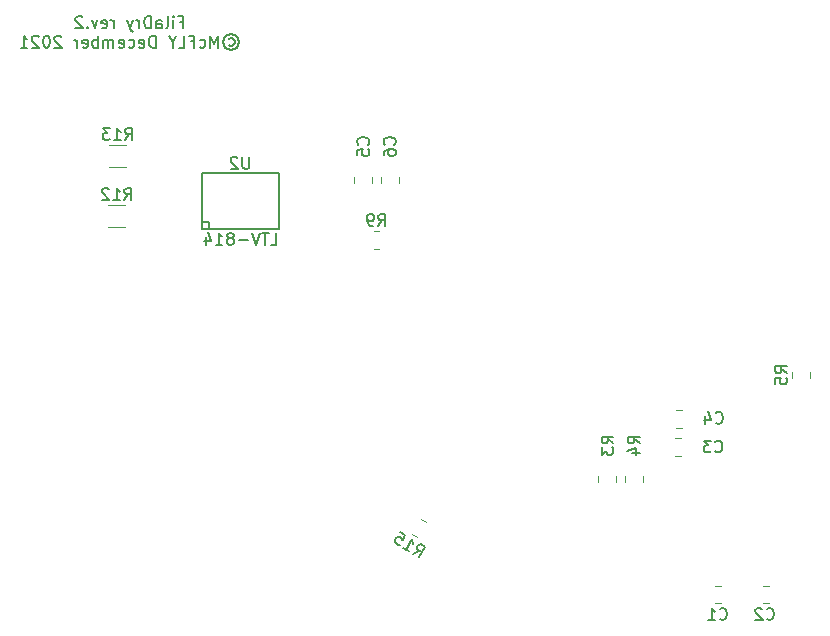
<source format=gbr>
%TF.GenerationSoftware,KiCad,Pcbnew,(5.1.9)-1*%
%TF.CreationDate,2021-12-25T05:37:13+03:00*%
%TF.ProjectId,filadry2,66696c61-6472-4793-922e-6b696361645f,rev?*%
%TF.SameCoordinates,Original*%
%TF.FileFunction,Legend,Bot*%
%TF.FilePolarity,Positive*%
%FSLAX46Y46*%
G04 Gerber Fmt 4.6, Leading zero omitted, Abs format (unit mm)*
G04 Created by KiCad (PCBNEW (5.1.9)-1) date 2021-12-25 05:37:13*
%MOMM*%
%LPD*%
G01*
G04 APERTURE LIST*
%ADD10C,0.150000*%
%ADD11C,0.120000*%
G04 APERTURE END LIST*
D10*
X34541886Y-21252373D02*
X34875220Y-21252373D01*
X34875220Y-21776182D02*
X34875220Y-20776182D01*
X34399029Y-20776182D01*
X34018077Y-21776182D02*
X34018077Y-21109516D01*
X34018077Y-20776182D02*
X34065696Y-20823802D01*
X34018077Y-20871421D01*
X33970458Y-20823802D01*
X34018077Y-20776182D01*
X34018077Y-20871421D01*
X33399029Y-21776182D02*
X33494267Y-21728563D01*
X33541886Y-21633325D01*
X33541886Y-20776182D01*
X32589505Y-21776182D02*
X32589505Y-21252373D01*
X32637124Y-21157135D01*
X32732362Y-21109516D01*
X32922839Y-21109516D01*
X33018077Y-21157135D01*
X32589505Y-21728563D02*
X32684743Y-21776182D01*
X32922839Y-21776182D01*
X33018077Y-21728563D01*
X33065696Y-21633325D01*
X33065696Y-21538087D01*
X33018077Y-21442849D01*
X32922839Y-21395230D01*
X32684743Y-21395230D01*
X32589505Y-21347611D01*
X32113315Y-21776182D02*
X32113315Y-20776182D01*
X31875220Y-20776182D01*
X31732362Y-20823802D01*
X31637124Y-20919040D01*
X31589505Y-21014278D01*
X31541886Y-21204754D01*
X31541886Y-21347611D01*
X31589505Y-21538087D01*
X31637124Y-21633325D01*
X31732362Y-21728563D01*
X31875220Y-21776182D01*
X32113315Y-21776182D01*
X31113315Y-21776182D02*
X31113315Y-21109516D01*
X31113315Y-21299992D02*
X31065696Y-21204754D01*
X31018077Y-21157135D01*
X30922839Y-21109516D01*
X30827601Y-21109516D01*
X30589505Y-21109516D02*
X30351410Y-21776182D01*
X30113315Y-21109516D02*
X30351410Y-21776182D01*
X30446648Y-22014278D01*
X30494267Y-22061897D01*
X30589505Y-22109516D01*
X28970458Y-21776182D02*
X28970458Y-21109516D01*
X28970458Y-21299992D02*
X28922839Y-21204754D01*
X28875220Y-21157135D01*
X28779981Y-21109516D01*
X28684743Y-21109516D01*
X27970458Y-21728563D02*
X28065696Y-21776182D01*
X28256172Y-21776182D01*
X28351410Y-21728563D01*
X28399029Y-21633325D01*
X28399029Y-21252373D01*
X28351410Y-21157135D01*
X28256172Y-21109516D01*
X28065696Y-21109516D01*
X27970458Y-21157135D01*
X27922839Y-21252373D01*
X27922839Y-21347611D01*
X28399029Y-21442849D01*
X27589505Y-21109516D02*
X27351410Y-21776182D01*
X27113315Y-21109516D01*
X26732362Y-21680944D02*
X26684743Y-21728563D01*
X26732362Y-21776182D01*
X26779981Y-21728563D01*
X26732362Y-21680944D01*
X26732362Y-21776182D01*
X26303791Y-20871421D02*
X26256172Y-20823802D01*
X26160934Y-20776182D01*
X25922839Y-20776182D01*
X25827601Y-20823802D01*
X25779981Y-20871421D01*
X25732362Y-20966659D01*
X25732362Y-21061897D01*
X25779981Y-21204754D01*
X26351410Y-21776182D01*
X25732362Y-21776182D01*
X38708553Y-22664278D02*
X38803791Y-22616659D01*
X38994267Y-22616659D01*
X39089505Y-22664278D01*
X39184743Y-22759516D01*
X39232362Y-22854754D01*
X39232362Y-23045230D01*
X39184743Y-23140468D01*
X39089505Y-23235706D01*
X38994267Y-23283325D01*
X38803791Y-23283325D01*
X38708553Y-23235706D01*
X38899029Y-22283325D02*
X39137124Y-22330944D01*
X39375220Y-22473802D01*
X39518077Y-22711897D01*
X39565696Y-22949992D01*
X39518077Y-23188087D01*
X39375220Y-23426182D01*
X39137124Y-23569040D01*
X38899029Y-23616659D01*
X38660934Y-23569040D01*
X38422839Y-23426182D01*
X38279981Y-23188087D01*
X38232362Y-22949992D01*
X38279981Y-22711897D01*
X38422839Y-22473802D01*
X38660934Y-22330944D01*
X38899029Y-22283325D01*
X37803791Y-23426182D02*
X37803791Y-22426182D01*
X37470458Y-23140468D01*
X37137124Y-22426182D01*
X37137124Y-23426182D01*
X36232362Y-23378563D02*
X36327601Y-23426182D01*
X36518077Y-23426182D01*
X36613315Y-23378563D01*
X36660934Y-23330944D01*
X36708553Y-23235706D01*
X36708553Y-22949992D01*
X36660934Y-22854754D01*
X36613315Y-22807135D01*
X36518077Y-22759516D01*
X36327601Y-22759516D01*
X36232362Y-22807135D01*
X35470458Y-22902373D02*
X35803791Y-22902373D01*
X35803791Y-23426182D02*
X35803791Y-22426182D01*
X35327601Y-22426182D01*
X34470458Y-23426182D02*
X34946648Y-23426182D01*
X34946648Y-22426182D01*
X33946648Y-22949992D02*
X33946648Y-23426182D01*
X34279981Y-22426182D02*
X33946648Y-22949992D01*
X33613315Y-22426182D01*
X32518077Y-23426182D02*
X32518077Y-22426182D01*
X32279981Y-22426182D01*
X32137124Y-22473802D01*
X32041886Y-22569040D01*
X31994267Y-22664278D01*
X31946648Y-22854754D01*
X31946648Y-22997611D01*
X31994267Y-23188087D01*
X32041886Y-23283325D01*
X32137124Y-23378563D01*
X32279981Y-23426182D01*
X32518077Y-23426182D01*
X31137124Y-23378563D02*
X31232362Y-23426182D01*
X31422839Y-23426182D01*
X31518077Y-23378563D01*
X31565696Y-23283325D01*
X31565696Y-22902373D01*
X31518077Y-22807135D01*
X31422839Y-22759516D01*
X31232362Y-22759516D01*
X31137124Y-22807135D01*
X31089505Y-22902373D01*
X31089505Y-22997611D01*
X31565696Y-23092849D01*
X30232362Y-23378563D02*
X30327601Y-23426182D01*
X30518077Y-23426182D01*
X30613315Y-23378563D01*
X30660934Y-23330944D01*
X30708553Y-23235706D01*
X30708553Y-22949992D01*
X30660934Y-22854754D01*
X30613315Y-22807135D01*
X30518077Y-22759516D01*
X30327601Y-22759516D01*
X30232362Y-22807135D01*
X29422839Y-23378563D02*
X29518077Y-23426182D01*
X29708553Y-23426182D01*
X29803791Y-23378563D01*
X29851410Y-23283325D01*
X29851410Y-22902373D01*
X29803791Y-22807135D01*
X29708553Y-22759516D01*
X29518077Y-22759516D01*
X29422839Y-22807135D01*
X29375220Y-22902373D01*
X29375220Y-22997611D01*
X29851410Y-23092849D01*
X28946648Y-23426182D02*
X28946648Y-22759516D01*
X28946648Y-22854754D02*
X28899029Y-22807135D01*
X28803791Y-22759516D01*
X28660934Y-22759516D01*
X28565696Y-22807135D01*
X28518077Y-22902373D01*
X28518077Y-23426182D01*
X28518077Y-22902373D02*
X28470458Y-22807135D01*
X28375220Y-22759516D01*
X28232362Y-22759516D01*
X28137124Y-22807135D01*
X28089505Y-22902373D01*
X28089505Y-23426182D01*
X27613315Y-23426182D02*
X27613315Y-22426182D01*
X27613315Y-22807135D02*
X27518077Y-22759516D01*
X27327601Y-22759516D01*
X27232362Y-22807135D01*
X27184743Y-22854754D01*
X27137124Y-22949992D01*
X27137124Y-23235706D01*
X27184743Y-23330944D01*
X27232362Y-23378563D01*
X27327601Y-23426182D01*
X27518077Y-23426182D01*
X27613315Y-23378563D01*
X26327601Y-23378563D02*
X26422839Y-23426182D01*
X26613315Y-23426182D01*
X26708553Y-23378563D01*
X26756172Y-23283325D01*
X26756172Y-22902373D01*
X26708553Y-22807135D01*
X26613315Y-22759516D01*
X26422839Y-22759516D01*
X26327601Y-22807135D01*
X26279981Y-22902373D01*
X26279981Y-22997611D01*
X26756172Y-23092849D01*
X25851410Y-23426182D02*
X25851410Y-22759516D01*
X25851410Y-22949992D02*
X25803791Y-22854754D01*
X25756172Y-22807135D01*
X25660934Y-22759516D01*
X25565696Y-22759516D01*
X24518077Y-22521421D02*
X24470458Y-22473802D01*
X24375220Y-22426182D01*
X24137124Y-22426182D01*
X24041886Y-22473802D01*
X23994267Y-22521421D01*
X23946648Y-22616659D01*
X23946648Y-22711897D01*
X23994267Y-22854754D01*
X24565696Y-23426182D01*
X23946648Y-23426182D01*
X23327601Y-22426182D02*
X23232362Y-22426182D01*
X23137124Y-22473802D01*
X23089505Y-22521421D01*
X23041886Y-22616659D01*
X22994267Y-22807135D01*
X22994267Y-23045230D01*
X23041886Y-23235706D01*
X23089505Y-23330944D01*
X23137124Y-23378563D01*
X23232362Y-23426182D01*
X23327601Y-23426182D01*
X23422839Y-23378563D01*
X23470458Y-23330944D01*
X23518077Y-23235706D01*
X23565696Y-23045230D01*
X23565696Y-22807135D01*
X23518077Y-22616659D01*
X23470458Y-22521421D01*
X23422839Y-22473802D01*
X23327601Y-22426182D01*
X22613315Y-22521421D02*
X22565696Y-22473802D01*
X22470458Y-22426182D01*
X22232362Y-22426182D01*
X22137124Y-22473802D01*
X22089505Y-22521421D01*
X22041886Y-22616659D01*
X22041886Y-22711897D01*
X22089505Y-22854754D01*
X22660934Y-23426182D01*
X22041886Y-23426182D01*
X21089505Y-23426182D02*
X21660934Y-23426182D01*
X21375220Y-23426182D02*
X21375220Y-22426182D01*
X21470458Y-22569040D01*
X21565696Y-22664278D01*
X21660934Y-22711897D01*
%TO.C,U2*%
X42924800Y-38823600D02*
X42924800Y-34023600D01*
X36424800Y-38823600D02*
X36424800Y-34023600D01*
X42923460Y-34023620D02*
X36426140Y-34023620D01*
X42923460Y-38823580D02*
X36426140Y-38823580D01*
X37025580Y-38823580D02*
X37025580Y-38221600D01*
X37025580Y-38221600D02*
X36426140Y-38221600D01*
D11*
%TO.C,R15*%
X54246631Y-64640597D02*
X54639917Y-64867661D01*
X54981631Y-63367539D02*
X55374917Y-63594603D01*
%TO.C,R13*%
X30013864Y-31703600D02*
X28559736Y-31703600D01*
X30013864Y-33523600D02*
X28559736Y-33523600D01*
%TO.C,R12*%
X29961864Y-36783600D02*
X28507736Y-36783600D01*
X29961864Y-38603600D02*
X28507736Y-38603600D01*
%TO.C,R9*%
X51433464Y-38990600D02*
X50979336Y-38990600D01*
X51433464Y-40460600D02*
X50979336Y-40460600D01*
%TO.C,R5*%
X86437800Y-50928536D02*
X86437800Y-51382664D01*
X87907800Y-50928536D02*
X87907800Y-51382664D01*
%TO.C,R4*%
X73759193Y-60166566D02*
X73759193Y-59712438D01*
X72289193Y-60166566D02*
X72289193Y-59712438D01*
%TO.C,R3*%
X71473187Y-60166564D02*
X71473187Y-59712436D01*
X70003187Y-60166564D02*
X70003187Y-59712436D01*
%TO.C,C6*%
X53109798Y-34885350D02*
X53109798Y-34362846D01*
X51639798Y-34885350D02*
X51639798Y-34362846D01*
%TO.C,C5*%
X50823800Y-34906852D02*
X50823800Y-34384348D01*
X49353800Y-34906852D02*
X49353800Y-34384348D01*
%TO.C,C4*%
X76562048Y-55612600D02*
X77084552Y-55612600D01*
X76562048Y-54142600D02*
X77084552Y-54142600D01*
%TO.C,C3*%
X76497548Y-57986600D02*
X77020052Y-57986600D01*
X76497548Y-56516600D02*
X77020052Y-56516600D01*
%TO.C,C2*%
X84449404Y-69019673D02*
X83926900Y-69019673D01*
X84449404Y-70489673D02*
X83926900Y-70489673D01*
%TO.C,C1*%
X79841395Y-70489676D02*
X80363899Y-70489676D01*
X79841395Y-69019676D02*
X80363899Y-69019676D01*
%TO.C,U2*%
D10*
X40436704Y-32675580D02*
X40436704Y-33485104D01*
X40389085Y-33580342D01*
X40341466Y-33627961D01*
X40246228Y-33675580D01*
X40055752Y-33675580D01*
X39960514Y-33627961D01*
X39912895Y-33580342D01*
X39865276Y-33485104D01*
X39865276Y-32675580D01*
X39436704Y-32770819D02*
X39389085Y-32723200D01*
X39293847Y-32675580D01*
X39055752Y-32675580D01*
X38960514Y-32723200D01*
X38912895Y-32770819D01*
X38865276Y-32866057D01*
X38865276Y-32961295D01*
X38912895Y-33104152D01*
X39484323Y-33675580D01*
X38865276Y-33675580D01*
X42273219Y-40127180D02*
X42749409Y-40127180D01*
X42749409Y-39127180D01*
X42082742Y-39127180D02*
X41511314Y-39127180D01*
X41797028Y-40127180D02*
X41797028Y-39127180D01*
X41320838Y-39127180D02*
X40987504Y-40127180D01*
X40654171Y-39127180D01*
X40320838Y-39746228D02*
X39558933Y-39746228D01*
X38939885Y-39555752D02*
X39035123Y-39508133D01*
X39082742Y-39460514D01*
X39130361Y-39365276D01*
X39130361Y-39317657D01*
X39082742Y-39222419D01*
X39035123Y-39174800D01*
X38939885Y-39127180D01*
X38749409Y-39127180D01*
X38654171Y-39174800D01*
X38606552Y-39222419D01*
X38558933Y-39317657D01*
X38558933Y-39365276D01*
X38606552Y-39460514D01*
X38654171Y-39508133D01*
X38749409Y-39555752D01*
X38939885Y-39555752D01*
X39035123Y-39603371D01*
X39082742Y-39650990D01*
X39130361Y-39746228D01*
X39130361Y-39936704D01*
X39082742Y-40031942D01*
X39035123Y-40079561D01*
X38939885Y-40127180D01*
X38749409Y-40127180D01*
X38654171Y-40079561D01*
X38606552Y-40031942D01*
X38558933Y-39936704D01*
X38558933Y-39746228D01*
X38606552Y-39650990D01*
X38654171Y-39603371D01*
X38749409Y-39555752D01*
X37606552Y-40127180D02*
X38177980Y-40127180D01*
X37892266Y-40127180D02*
X37892266Y-39127180D01*
X37987504Y-39270038D01*
X38082742Y-39365276D01*
X38177980Y-39412895D01*
X36749409Y-39460514D02*
X36749409Y-40127180D01*
X36987504Y-39079561D02*
X37225600Y-39793847D01*
X36606552Y-39793847D01*
%TO.C,R15*%
X54316314Y-66259743D02*
X54843084Y-66014017D01*
X54811185Y-66545458D02*
X55311185Y-65679432D01*
X54981271Y-65488956D01*
X54874983Y-65482576D01*
X54809934Y-65500006D01*
X54721076Y-65558675D01*
X54649647Y-65682393D01*
X54643267Y-65788681D01*
X54660697Y-65853730D01*
X54719366Y-65942589D01*
X55049281Y-66133065D01*
X53491528Y-65783553D02*
X53986399Y-66069267D01*
X53738963Y-65926410D02*
X54238963Y-65060385D01*
X54250013Y-65231722D01*
X54284873Y-65361819D01*
X54343542Y-65450678D01*
X53207981Y-64465147D02*
X53620374Y-64703242D01*
X53423518Y-65139444D01*
X53406088Y-65074396D01*
X53347419Y-64985537D01*
X53141222Y-64866490D01*
X53034934Y-64860110D01*
X52969886Y-64877540D01*
X52881027Y-64936209D01*
X52761980Y-65142405D01*
X52755600Y-65248693D01*
X52773030Y-65313742D01*
X52831699Y-65402601D01*
X53037895Y-65521648D01*
X53144183Y-65528028D01*
X53209232Y-65510598D01*
%TO.C,R13*%
X29929657Y-31245980D02*
X30262990Y-30769790D01*
X30501085Y-31245980D02*
X30501085Y-30245980D01*
X30120133Y-30245980D01*
X30024895Y-30293600D01*
X29977276Y-30341219D01*
X29929657Y-30436457D01*
X29929657Y-30579314D01*
X29977276Y-30674552D01*
X30024895Y-30722171D01*
X30120133Y-30769790D01*
X30501085Y-30769790D01*
X28977276Y-31245980D02*
X29548704Y-31245980D01*
X29262990Y-31245980D02*
X29262990Y-30245980D01*
X29358228Y-30388838D01*
X29453466Y-30484076D01*
X29548704Y-30531695D01*
X28643942Y-30245980D02*
X28024895Y-30245980D01*
X28358228Y-30626933D01*
X28215371Y-30626933D01*
X28120133Y-30674552D01*
X28072514Y-30722171D01*
X28024895Y-30817409D01*
X28024895Y-31055504D01*
X28072514Y-31150742D01*
X28120133Y-31198361D01*
X28215371Y-31245980D01*
X28501085Y-31245980D01*
X28596323Y-31198361D01*
X28643942Y-31150742D01*
%TO.C,R12*%
X29877657Y-36325980D02*
X30210990Y-35849790D01*
X30449085Y-36325980D02*
X30449085Y-35325980D01*
X30068133Y-35325980D01*
X29972895Y-35373600D01*
X29925276Y-35421219D01*
X29877657Y-35516457D01*
X29877657Y-35659314D01*
X29925276Y-35754552D01*
X29972895Y-35802171D01*
X30068133Y-35849790D01*
X30449085Y-35849790D01*
X28925276Y-36325980D02*
X29496704Y-36325980D01*
X29210990Y-36325980D02*
X29210990Y-35325980D01*
X29306228Y-35468838D01*
X29401466Y-35564076D01*
X29496704Y-35611695D01*
X28544323Y-35421219D02*
X28496704Y-35373600D01*
X28401466Y-35325980D01*
X28163371Y-35325980D01*
X28068133Y-35373600D01*
X28020514Y-35421219D01*
X27972895Y-35516457D01*
X27972895Y-35611695D01*
X28020514Y-35754552D01*
X28591942Y-36325980D01*
X27972895Y-36325980D01*
%TO.C,R9*%
X51373066Y-38527980D02*
X51706400Y-38051790D01*
X51944495Y-38527980D02*
X51944495Y-37527980D01*
X51563542Y-37527980D01*
X51468304Y-37575600D01*
X51420685Y-37623219D01*
X51373066Y-37718457D01*
X51373066Y-37861314D01*
X51420685Y-37956552D01*
X51468304Y-38004171D01*
X51563542Y-38051790D01*
X51944495Y-38051790D01*
X50896876Y-38527980D02*
X50706400Y-38527980D01*
X50611161Y-38480361D01*
X50563542Y-38432742D01*
X50468304Y-38289885D01*
X50420685Y-38099409D01*
X50420685Y-37718457D01*
X50468304Y-37623219D01*
X50515923Y-37575600D01*
X50611161Y-37527980D01*
X50801638Y-37527980D01*
X50896876Y-37575600D01*
X50944495Y-37623219D01*
X50992114Y-37718457D01*
X50992114Y-37956552D01*
X50944495Y-38051790D01*
X50896876Y-38099409D01*
X50801638Y-38147028D01*
X50611161Y-38147028D01*
X50515923Y-38099409D01*
X50468304Y-38051790D01*
X50420685Y-37956552D01*
%TO.C,R5*%
X85975180Y-50988933D02*
X85498990Y-50655600D01*
X85975180Y-50417504D02*
X84975180Y-50417504D01*
X84975180Y-50798457D01*
X85022800Y-50893695D01*
X85070419Y-50941314D01*
X85165657Y-50988933D01*
X85308514Y-50988933D01*
X85403752Y-50941314D01*
X85451371Y-50893695D01*
X85498990Y-50798457D01*
X85498990Y-50417504D01*
X84975180Y-51893695D02*
X84975180Y-51417504D01*
X85451371Y-51369885D01*
X85403752Y-51417504D01*
X85356133Y-51512742D01*
X85356133Y-51750838D01*
X85403752Y-51846076D01*
X85451371Y-51893695D01*
X85546609Y-51941314D01*
X85784704Y-51941314D01*
X85879942Y-51893695D01*
X85927561Y-51846076D01*
X85975180Y-51750838D01*
X85975180Y-51512742D01*
X85927561Y-51417504D01*
X85879942Y-51369885D01*
%TO.C,R4*%
X73502780Y-56932533D02*
X73026590Y-56599200D01*
X73502780Y-56361104D02*
X72502780Y-56361104D01*
X72502780Y-56742057D01*
X72550400Y-56837295D01*
X72598019Y-56884914D01*
X72693257Y-56932533D01*
X72836114Y-56932533D01*
X72931352Y-56884914D01*
X72978971Y-56837295D01*
X73026590Y-56742057D01*
X73026590Y-56361104D01*
X72836114Y-57789676D02*
X73502780Y-57789676D01*
X72455161Y-57551580D02*
X73169447Y-57313485D01*
X73169447Y-57932533D01*
%TO.C,R3*%
X71267580Y-56932533D02*
X70791390Y-56599200D01*
X71267580Y-56361104D02*
X70267580Y-56361104D01*
X70267580Y-56742057D01*
X70315200Y-56837295D01*
X70362819Y-56884914D01*
X70458057Y-56932533D01*
X70600914Y-56932533D01*
X70696152Y-56884914D01*
X70743771Y-56837295D01*
X70791390Y-56742057D01*
X70791390Y-56361104D01*
X70267580Y-57265866D02*
X70267580Y-57884914D01*
X70648533Y-57551580D01*
X70648533Y-57694438D01*
X70696152Y-57789676D01*
X70743771Y-57837295D01*
X70839009Y-57884914D01*
X71077104Y-57884914D01*
X71172342Y-57837295D01*
X71219961Y-57789676D01*
X71267580Y-57694438D01*
X71267580Y-57408723D01*
X71219961Y-57313485D01*
X71172342Y-57265866D01*
%TO.C,C6*%
X52731942Y-31634133D02*
X52779561Y-31586514D01*
X52827180Y-31443657D01*
X52827180Y-31348419D01*
X52779561Y-31205561D01*
X52684323Y-31110323D01*
X52589085Y-31062704D01*
X52398609Y-31015085D01*
X52255752Y-31015085D01*
X52065276Y-31062704D01*
X51970038Y-31110323D01*
X51874800Y-31205561D01*
X51827180Y-31348419D01*
X51827180Y-31443657D01*
X51874800Y-31586514D01*
X51922419Y-31634133D01*
X51827180Y-32491276D02*
X51827180Y-32300800D01*
X51874800Y-32205561D01*
X51922419Y-32157942D01*
X52065276Y-32062704D01*
X52255752Y-32015085D01*
X52636704Y-32015085D01*
X52731942Y-32062704D01*
X52779561Y-32110323D01*
X52827180Y-32205561D01*
X52827180Y-32396038D01*
X52779561Y-32491276D01*
X52731942Y-32538895D01*
X52636704Y-32586514D01*
X52398609Y-32586514D01*
X52303371Y-32538895D01*
X52255752Y-32491276D01*
X52208133Y-32396038D01*
X52208133Y-32205561D01*
X52255752Y-32110323D01*
X52303371Y-32062704D01*
X52398609Y-32015085D01*
%TO.C,C5*%
X50496742Y-31634133D02*
X50544361Y-31586514D01*
X50591980Y-31443657D01*
X50591980Y-31348419D01*
X50544361Y-31205561D01*
X50449123Y-31110323D01*
X50353885Y-31062704D01*
X50163409Y-31015085D01*
X50020552Y-31015085D01*
X49830076Y-31062704D01*
X49734838Y-31110323D01*
X49639600Y-31205561D01*
X49591980Y-31348419D01*
X49591980Y-31443657D01*
X49639600Y-31586514D01*
X49687219Y-31634133D01*
X49591980Y-32538895D02*
X49591980Y-32062704D01*
X50068171Y-32015085D01*
X50020552Y-32062704D01*
X49972933Y-32157942D01*
X49972933Y-32396038D01*
X50020552Y-32491276D01*
X50068171Y-32538895D01*
X50163409Y-32586514D01*
X50401504Y-32586514D01*
X50496742Y-32538895D01*
X50544361Y-32491276D01*
X50591980Y-32396038D01*
X50591980Y-32157942D01*
X50544361Y-32062704D01*
X50496742Y-32015085D01*
%TO.C,C4*%
X79922666Y-55170342D02*
X79970285Y-55217961D01*
X80113142Y-55265580D01*
X80208380Y-55265580D01*
X80351238Y-55217961D01*
X80446476Y-55122723D01*
X80494095Y-55027485D01*
X80541714Y-54837009D01*
X80541714Y-54694152D01*
X80494095Y-54503676D01*
X80446476Y-54408438D01*
X80351238Y-54313200D01*
X80208380Y-54265580D01*
X80113142Y-54265580D01*
X79970285Y-54313200D01*
X79922666Y-54360819D01*
X79065523Y-54598914D02*
X79065523Y-55265580D01*
X79303619Y-54217961D02*
X79541714Y-54932247D01*
X78922666Y-54932247D01*
%TO.C,C3*%
X79871866Y-57608742D02*
X79919485Y-57656361D01*
X80062342Y-57703980D01*
X80157580Y-57703980D01*
X80300438Y-57656361D01*
X80395676Y-57561123D01*
X80443295Y-57465885D01*
X80490914Y-57275409D01*
X80490914Y-57132552D01*
X80443295Y-56942076D01*
X80395676Y-56846838D01*
X80300438Y-56751600D01*
X80157580Y-56703980D01*
X80062342Y-56703980D01*
X79919485Y-56751600D01*
X79871866Y-56799219D01*
X79538533Y-56703980D02*
X78919485Y-56703980D01*
X79252819Y-57084933D01*
X79109961Y-57084933D01*
X79014723Y-57132552D01*
X78967104Y-57180171D01*
X78919485Y-57275409D01*
X78919485Y-57513504D01*
X78967104Y-57608742D01*
X79014723Y-57656361D01*
X79109961Y-57703980D01*
X79395676Y-57703980D01*
X79490914Y-57656361D01*
X79538533Y-57608742D01*
%TO.C,C2*%
X84240667Y-71781942D02*
X84288286Y-71829561D01*
X84431143Y-71877180D01*
X84526381Y-71877180D01*
X84669239Y-71829561D01*
X84764477Y-71734323D01*
X84812096Y-71639085D01*
X84859715Y-71448609D01*
X84859715Y-71305752D01*
X84812096Y-71115276D01*
X84764477Y-71020038D01*
X84669239Y-70924800D01*
X84526381Y-70877180D01*
X84431143Y-70877180D01*
X84288286Y-70924800D01*
X84240667Y-70972419D01*
X83859715Y-70972419D02*
X83812096Y-70924800D01*
X83716858Y-70877180D01*
X83478762Y-70877180D01*
X83383524Y-70924800D01*
X83335905Y-70972419D01*
X83288286Y-71067657D01*
X83288286Y-71162895D01*
X83335905Y-71305752D01*
X83907334Y-71877180D01*
X83288286Y-71877180D01*
%TO.C,C1*%
X80269313Y-71791818D02*
X80316932Y-71839437D01*
X80459789Y-71887056D01*
X80555027Y-71887056D01*
X80697885Y-71839437D01*
X80793123Y-71744199D01*
X80840742Y-71648961D01*
X80888361Y-71458485D01*
X80888361Y-71315628D01*
X80840742Y-71125152D01*
X80793123Y-71029914D01*
X80697885Y-70934676D01*
X80555027Y-70887056D01*
X80459789Y-70887056D01*
X80316932Y-70934676D01*
X80269313Y-70982295D01*
X79316932Y-71887056D02*
X79888361Y-71887056D01*
X79602647Y-71887056D02*
X79602647Y-70887056D01*
X79697885Y-71029914D01*
X79793123Y-71125152D01*
X79888361Y-71172771D01*
%TD*%
M02*

</source>
